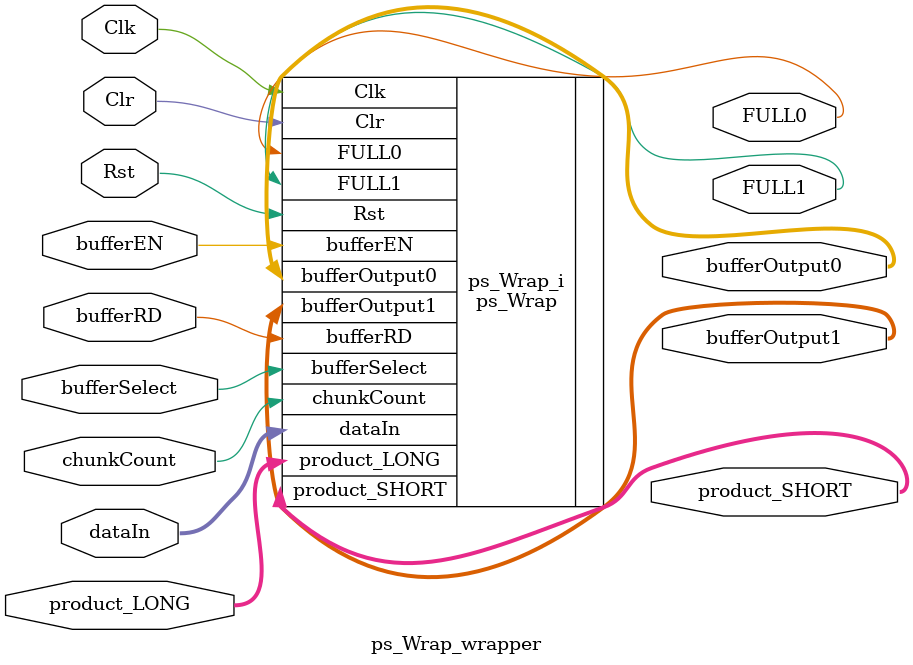
<source format=v>
`timescale 1 ps / 1 ps

module ps_Wrap_wrapper
   (Clk,
    Clr,
    FULL0,
    FULL1,
    Rst,
    bufferEN,
    bufferOutput0,
    bufferOutput1,
    bufferRD,
    bufferSelect,
    chunkCount,
    dataIn,
    product_LONG,
    product_SHORT);
  input Clk;
  input Clr;
  output FULL0;
  output FULL1;
  input Rst;
  input bufferEN;
  output [15:0]bufferOutput0;
  output [15:0]bufferOutput1;
  input bufferRD;
  input bufferSelect;
  input chunkCount;
  input [7:0]dataIn;
  input [15:0]product_LONG;
  output [15:0]product_SHORT;

  wire Clk;
  wire Clr;
  wire FULL0;
  wire FULL1;
  wire Rst;
  wire bufferEN;
  wire [15:0]bufferOutput0;
  wire [15:0]bufferOutput1;
  wire bufferRD;
  wire bufferSelect;
  wire chunkCount;
  wire [7:0]dataIn;
  wire [15:0]product_LONG;
  wire [15:0]product_SHORT;

  ps_Wrap ps_Wrap_i
       (.Clk(Clk),
        .Clr(Clr),
        .FULL0(FULL0),
        .FULL1(FULL1),
        .Rst(Rst),
        .bufferEN(bufferEN),
        .bufferOutput0(bufferOutput0),
        .bufferOutput1(bufferOutput1),
        .bufferRD(bufferRD),
        .bufferSelect(bufferSelect),
        .chunkCount(chunkCount),
        .dataIn(dataIn),
        .product_LONG(product_LONG),
        .product_SHORT(product_SHORT));
endmodule

</source>
